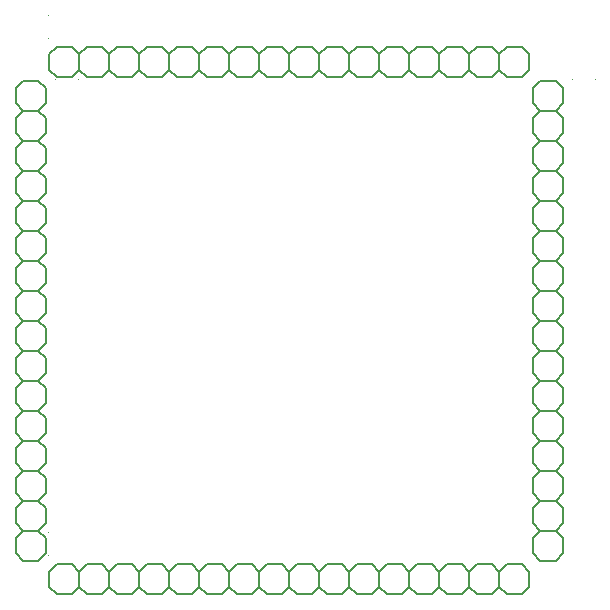
<source format=gbr>
%FSLAX34Y34*%
%MOMM*%
%LNCOPPER_BOTTOM*%
G71*
G01*
%ADD10C, 0.20*%
%ADD11C, 0.08*%
%LPD*%
G54D10*
X72001Y972375D02*
X65601Y972375D01*
X59301Y966075D01*
X59301Y953275D01*
X65601Y946975D01*
X78401Y946975D01*
X84701Y953275D01*
X84701Y966075D01*
X78401Y972375D01*
X72001Y972375D01*
G54D10*
X97401Y972375D02*
X91001Y972375D01*
X84701Y966075D01*
X84701Y953275D01*
X91001Y946975D01*
X103801Y946975D01*
X110101Y953275D01*
X110101Y966075D01*
X103801Y972375D01*
X97401Y972375D01*
G54D10*
X122801Y972375D02*
X116401Y972375D01*
X110101Y966075D01*
X110101Y953275D01*
X116401Y946975D01*
X129201Y946975D01*
X135501Y953275D01*
X135501Y966075D01*
X129201Y972375D01*
X122801Y972375D01*
G54D10*
X148201Y972375D02*
X141801Y972375D01*
X135501Y966075D01*
X135501Y953275D01*
X141801Y946975D01*
X154601Y946975D01*
X160901Y953275D01*
X160901Y966075D01*
X154601Y972375D01*
X148201Y972375D01*
G54D10*
X173601Y972375D02*
X167201Y972375D01*
X160901Y966075D01*
X160901Y953275D01*
X167201Y946975D01*
X180001Y946975D01*
X186301Y953275D01*
X186301Y966075D01*
X180001Y972375D01*
X173601Y972375D01*
G54D10*
X199001Y972375D02*
X192601Y972375D01*
X186301Y966075D01*
X186301Y953275D01*
X192601Y946975D01*
X205401Y946975D01*
X211701Y953275D01*
X211701Y966075D01*
X205401Y972375D01*
X199001Y972375D01*
G54D10*
X224401Y972375D02*
X218001Y972375D01*
X211701Y966075D01*
X211701Y953275D01*
X218001Y946975D01*
X230801Y946975D01*
X237101Y953275D01*
X237101Y966075D01*
X230801Y972375D01*
X224401Y972375D01*
G54D10*
X249801Y972375D02*
X243401Y972375D01*
X237101Y966075D01*
X237101Y953275D01*
X243401Y946975D01*
X256201Y946975D01*
X262501Y953275D01*
X262501Y966075D01*
X256201Y972375D01*
X249801Y972375D01*
G54D10*
X275201Y972375D02*
X268801Y972375D01*
X262501Y966075D01*
X262501Y953275D01*
X268801Y946975D01*
X281601Y946975D01*
X287901Y953275D01*
X287901Y966075D01*
X281601Y972375D01*
X275201Y972375D01*
G54D10*
X300601Y972375D02*
X294201Y972375D01*
X287901Y966075D01*
X287901Y953275D01*
X294201Y946975D01*
X307001Y946975D01*
X313301Y953275D01*
X313301Y966075D01*
X307001Y972375D01*
X300601Y972375D01*
G54D10*
X326001Y972375D02*
X319601Y972375D01*
X313301Y966075D01*
X313301Y953275D01*
X319601Y946975D01*
X332401Y946975D01*
X338701Y953275D01*
X338701Y966075D01*
X332401Y972375D01*
X326001Y972375D01*
G54D10*
X351401Y972375D02*
X345001Y972375D01*
X338701Y966075D01*
X338701Y953275D01*
X345001Y946975D01*
X357801Y946975D01*
X364101Y953275D01*
X364101Y966075D01*
X357801Y972375D01*
X351401Y972375D01*
G54D10*
X376801Y972375D02*
X370401Y972375D01*
X364101Y966075D01*
X364101Y953275D01*
X370401Y946975D01*
X383201Y946975D01*
X389501Y953275D01*
X389501Y966075D01*
X383201Y972375D01*
X376801Y972375D01*
G54D10*
X402201Y972375D02*
X395801Y972375D01*
X389501Y966075D01*
X389501Y953275D01*
X395801Y946975D01*
X408601Y946975D01*
X414901Y953275D01*
X414901Y966075D01*
X408601Y972375D01*
X402201Y972375D01*
G54D10*
X427601Y972375D02*
X421201Y972375D01*
X414901Y966075D01*
X414901Y953275D01*
X421201Y946975D01*
X434001Y946975D01*
X440301Y953275D01*
X440301Y966075D01*
X434001Y972375D01*
X427601Y972375D01*
G54D10*
X453000Y972375D02*
X446600Y972375D01*
X440301Y966075D01*
X440301Y953275D01*
X446600Y946975D01*
X459400Y946975D01*
X465701Y953275D01*
X465701Y966075D01*
X459400Y972375D01*
X453000Y972375D01*
G54D11*
X58301Y999375D02*
X58301Y999375D01*
G54D11*
X58301Y979875D02*
X58301Y979875D01*
G54D10*
X71996Y534449D02*
X65596Y534449D01*
X59296Y528149D01*
X59296Y515349D01*
X65596Y509049D01*
X78396Y509049D01*
X84696Y515349D01*
X84696Y528149D01*
X78396Y534449D01*
X71996Y534449D01*
G54D10*
X97396Y534449D02*
X90996Y534449D01*
X84696Y528149D01*
X84696Y515349D01*
X90996Y509049D01*
X103796Y509049D01*
X110096Y515349D01*
X110096Y528149D01*
X103796Y534449D01*
X97396Y534449D01*
G54D10*
X122796Y534449D02*
X116396Y534449D01*
X110096Y528149D01*
X110096Y515349D01*
X116396Y509049D01*
X129196Y509049D01*
X135496Y515349D01*
X135496Y528149D01*
X129196Y534449D01*
X122796Y534449D01*
G54D10*
X148196Y534449D02*
X141796Y534449D01*
X135496Y528149D01*
X135496Y515349D01*
X141796Y509049D01*
X154596Y509049D01*
X160896Y515349D01*
X160896Y528149D01*
X154596Y534449D01*
X148196Y534449D01*
G54D10*
X173596Y534449D02*
X167196Y534449D01*
X160896Y528149D01*
X160896Y515349D01*
X167196Y509049D01*
X179996Y509049D01*
X186296Y515349D01*
X186296Y528149D01*
X179996Y534449D01*
X173596Y534449D01*
G54D10*
X198996Y534449D02*
X192596Y534449D01*
X186296Y528149D01*
X186296Y515349D01*
X192596Y509049D01*
X205396Y509049D01*
X211696Y515349D01*
X211696Y528149D01*
X205396Y534449D01*
X198996Y534449D01*
G54D10*
X224396Y534449D02*
X217996Y534449D01*
X211696Y528149D01*
X211696Y515349D01*
X217996Y509049D01*
X230796Y509049D01*
X237096Y515349D01*
X237096Y528149D01*
X230796Y534449D01*
X224396Y534449D01*
G54D10*
X249796Y534449D02*
X243396Y534449D01*
X237096Y528149D01*
X237096Y515349D01*
X243396Y509049D01*
X256196Y509049D01*
X262496Y515349D01*
X262496Y528149D01*
X256196Y534449D01*
X249796Y534449D01*
G54D10*
X275196Y534449D02*
X268796Y534449D01*
X262496Y528149D01*
X262496Y515349D01*
X268796Y509049D01*
X281596Y509049D01*
X287896Y515349D01*
X287896Y528149D01*
X281596Y534449D01*
X275196Y534449D01*
G54D10*
X300596Y534449D02*
X294196Y534449D01*
X287896Y528149D01*
X287896Y515349D01*
X294196Y509049D01*
X306996Y509049D01*
X313296Y515349D01*
X313296Y528149D01*
X306996Y534449D01*
X300596Y534449D01*
G54D10*
X325996Y534449D02*
X319596Y534449D01*
X313296Y528149D01*
X313296Y515349D01*
X319596Y509049D01*
X332396Y509049D01*
X338696Y515349D01*
X338696Y528149D01*
X332396Y534449D01*
X325996Y534449D01*
G54D10*
X351396Y534449D02*
X344996Y534449D01*
X338696Y528149D01*
X338696Y515349D01*
X344996Y509049D01*
X357796Y509049D01*
X364096Y515349D01*
X364096Y528149D01*
X357796Y534449D01*
X351396Y534449D01*
G54D10*
X376796Y534449D02*
X370396Y534449D01*
X364096Y528149D01*
X364096Y515349D01*
X370396Y509049D01*
X383196Y509049D01*
X389496Y515349D01*
X389496Y528149D01*
X383196Y534449D01*
X376796Y534449D01*
G54D10*
X402196Y534449D02*
X395796Y534449D01*
X389496Y528149D01*
X389496Y515349D01*
X395796Y509049D01*
X408596Y509049D01*
X414896Y515349D01*
X414896Y528149D01*
X408596Y534449D01*
X402196Y534449D01*
G54D10*
X427596Y534449D02*
X421196Y534449D01*
X414896Y528149D01*
X414896Y515349D01*
X421196Y509049D01*
X433996Y509049D01*
X440296Y515349D01*
X440296Y528149D01*
X433996Y534449D01*
X427596Y534449D01*
G54D10*
X452996Y534449D02*
X446596Y534449D01*
X440296Y528149D01*
X440296Y515349D01*
X446596Y509049D01*
X459396Y509049D01*
X465696Y515349D01*
X465696Y528149D01*
X459396Y534449D01*
X452996Y534449D01*
G54D11*
X58296Y561449D02*
X58296Y561449D01*
G54D11*
X58296Y541949D02*
X58296Y541949D01*
G54D10*
X56233Y931216D02*
X56233Y937616D01*
X49933Y943916D01*
X37133Y943916D01*
X30833Y937616D01*
X30833Y924816D01*
X37133Y918516D01*
X49933Y918516D01*
X56233Y924816D01*
X56233Y931216D01*
G54D10*
X56233Y905816D02*
X56233Y912216D01*
X49933Y918516D01*
X37133Y918516D01*
X30833Y912216D01*
X30833Y899416D01*
X37133Y893116D01*
X49933Y893116D01*
X56233Y899416D01*
X56233Y905816D01*
G54D10*
X56233Y880416D02*
X56233Y886816D01*
X49933Y893116D01*
X37133Y893116D01*
X30833Y886816D01*
X30833Y874016D01*
X37133Y867716D01*
X49933Y867716D01*
X56233Y874016D01*
X56233Y880416D01*
G54D10*
X56233Y855016D02*
X56233Y861416D01*
X49933Y867716D01*
X37133Y867716D01*
X30833Y861416D01*
X30833Y848616D01*
X37133Y842316D01*
X49933Y842316D01*
X56233Y848616D01*
X56233Y855016D01*
G54D10*
X56233Y829616D02*
X56233Y836016D01*
X49933Y842316D01*
X37133Y842316D01*
X30833Y836016D01*
X30833Y823216D01*
X37133Y816916D01*
X49933Y816916D01*
X56233Y823216D01*
X56233Y829616D01*
G54D10*
X56233Y804216D02*
X56233Y810616D01*
X49933Y816916D01*
X37133Y816916D01*
X30833Y810616D01*
X30833Y797816D01*
X37133Y791516D01*
X49933Y791516D01*
X56233Y797816D01*
X56233Y804216D01*
G54D10*
X56233Y778816D02*
X56233Y785216D01*
X49933Y791516D01*
X37133Y791516D01*
X30833Y785216D01*
X30833Y772416D01*
X37133Y766116D01*
X49933Y766116D01*
X56233Y772416D01*
X56233Y778816D01*
G54D10*
X56233Y753416D02*
X56233Y759816D01*
X49933Y766116D01*
X37133Y766116D01*
X30833Y759816D01*
X30833Y747016D01*
X37133Y740716D01*
X49933Y740716D01*
X56233Y747016D01*
X56233Y753416D01*
G54D10*
X56233Y728016D02*
X56233Y734416D01*
X49933Y740716D01*
X37133Y740716D01*
X30833Y734416D01*
X30833Y721616D01*
X37133Y715316D01*
X49933Y715316D01*
X56233Y721616D01*
X56233Y728016D01*
G54D10*
X56233Y702616D02*
X56233Y709016D01*
X49933Y715316D01*
X37133Y715316D01*
X30833Y709016D01*
X30833Y696216D01*
X37133Y689916D01*
X49933Y689916D01*
X56233Y696216D01*
X56233Y702616D01*
G54D10*
X56233Y677216D02*
X56233Y683616D01*
X49933Y689916D01*
X37133Y689916D01*
X30833Y683616D01*
X30833Y670816D01*
X37133Y664516D01*
X49933Y664516D01*
X56233Y670816D01*
X56233Y677216D01*
G54D10*
X56233Y651816D02*
X56233Y658216D01*
X49933Y664516D01*
X37133Y664516D01*
X30833Y658216D01*
X30833Y645416D01*
X37133Y639116D01*
X49933Y639116D01*
X56233Y645416D01*
X56233Y651816D01*
G54D10*
X56233Y626416D02*
X56233Y632816D01*
X49933Y639116D01*
X37133Y639116D01*
X30833Y632816D01*
X30833Y620016D01*
X37133Y613716D01*
X49933Y613716D01*
X56233Y620016D01*
X56233Y626416D01*
G54D10*
X56233Y601016D02*
X56233Y607416D01*
X49933Y613716D01*
X37133Y613716D01*
X30833Y607416D01*
X30833Y594616D01*
X37133Y588316D01*
X49933Y588316D01*
X56233Y594616D01*
X56233Y601016D01*
G54D10*
X56233Y575616D02*
X56233Y582016D01*
X49933Y588316D01*
X37133Y588316D01*
X30833Y582016D01*
X30833Y569216D01*
X37133Y562916D01*
X49933Y562916D01*
X56233Y569216D01*
X56233Y575616D01*
G54D10*
X56233Y550216D02*
X56233Y556616D01*
X49933Y562916D01*
X37133Y562916D01*
X30833Y556616D01*
X30833Y543816D01*
X37133Y537516D01*
X49933Y537516D01*
X56233Y543816D01*
X56233Y550216D01*
G54D11*
X83233Y944916D02*
X83233Y944916D01*
G54D11*
X63733Y944916D02*
X63733Y944916D01*
G54D10*
X494164Y931211D02*
X494164Y937611D01*
X487864Y943911D01*
X475064Y943911D01*
X468764Y937611D01*
X468764Y924811D01*
X475064Y918511D01*
X487864Y918511D01*
X494164Y924811D01*
X494164Y931211D01*
G54D10*
X494164Y905811D02*
X494164Y912211D01*
X487864Y918511D01*
X475064Y918511D01*
X468764Y912211D01*
X468764Y899411D01*
X475064Y893111D01*
X487864Y893111D01*
X494164Y899411D01*
X494164Y905811D01*
G54D10*
X494164Y880411D02*
X494164Y886811D01*
X487864Y893111D01*
X475064Y893111D01*
X468764Y886811D01*
X468764Y874011D01*
X475064Y867711D01*
X487864Y867711D01*
X494164Y874011D01*
X494164Y880411D01*
G54D10*
X494164Y855011D02*
X494164Y861411D01*
X487864Y867711D01*
X475064Y867711D01*
X468764Y861411D01*
X468764Y848611D01*
X475064Y842311D01*
X487864Y842311D01*
X494164Y848611D01*
X494164Y855011D01*
G54D10*
X494164Y829611D02*
X494164Y836011D01*
X487864Y842311D01*
X475064Y842311D01*
X468764Y836011D01*
X468764Y823211D01*
X475064Y816911D01*
X487864Y816911D01*
X494164Y823211D01*
X494164Y829611D01*
G54D10*
X494164Y804211D02*
X494164Y810611D01*
X487864Y816911D01*
X475064Y816911D01*
X468764Y810611D01*
X468764Y797811D01*
X475064Y791511D01*
X487864Y791511D01*
X494164Y797811D01*
X494164Y804211D01*
G54D10*
X494164Y778811D02*
X494164Y785211D01*
X487864Y791511D01*
X475064Y791511D01*
X468764Y785211D01*
X468764Y772411D01*
X475064Y766111D01*
X487864Y766111D01*
X494164Y772411D01*
X494164Y778811D01*
G54D10*
X494164Y753411D02*
X494164Y759811D01*
X487864Y766111D01*
X475064Y766111D01*
X468764Y759811D01*
X468764Y747011D01*
X475064Y740711D01*
X487864Y740711D01*
X494164Y747011D01*
X494164Y753411D01*
G54D10*
X494164Y728011D02*
X494164Y734411D01*
X487864Y740711D01*
X475064Y740711D01*
X468764Y734411D01*
X468764Y721611D01*
X475064Y715311D01*
X487864Y715311D01*
X494164Y721611D01*
X494164Y728011D01*
G54D10*
X494164Y702611D02*
X494164Y709011D01*
X487864Y715311D01*
X475064Y715311D01*
X468764Y709011D01*
X468764Y696211D01*
X475064Y689911D01*
X487864Y689911D01*
X494164Y696211D01*
X494164Y702611D01*
G54D10*
X494164Y677211D02*
X494164Y683611D01*
X487864Y689911D01*
X475064Y689911D01*
X468764Y683611D01*
X468764Y670811D01*
X475064Y664511D01*
X487864Y664511D01*
X494164Y670811D01*
X494164Y677211D01*
G54D10*
X494164Y651811D02*
X494164Y658211D01*
X487864Y664511D01*
X475064Y664511D01*
X468764Y658211D01*
X468764Y645411D01*
X475064Y639111D01*
X487864Y639111D01*
X494164Y645411D01*
X494164Y651811D01*
G54D10*
X494164Y626411D02*
X494164Y632811D01*
X487864Y639111D01*
X475064Y639111D01*
X468764Y632811D01*
X468764Y620011D01*
X475064Y613711D01*
X487864Y613711D01*
X494164Y620011D01*
X494164Y626411D01*
G54D10*
X494164Y601011D02*
X494164Y607411D01*
X487864Y613711D01*
X475064Y613711D01*
X468764Y607411D01*
X468764Y594611D01*
X475064Y588311D01*
X487864Y588311D01*
X494164Y594611D01*
X494164Y601011D01*
G54D10*
X494164Y575611D02*
X494164Y582011D01*
X487864Y588311D01*
X475064Y588311D01*
X468764Y582011D01*
X468763Y569211D01*
X475064Y562911D01*
X487864Y562911D01*
X494164Y569211D01*
X494164Y575611D01*
G54D10*
X494164Y550211D02*
X494164Y556611D01*
X487864Y562911D01*
X475064Y562911D01*
X468764Y556611D01*
X468764Y543811D01*
X475064Y537511D01*
X487864Y537511D01*
X494164Y543811D01*
X494164Y550211D01*
G54D11*
X521164Y944911D02*
X521164Y944911D01*
G54D11*
X501664Y944911D02*
X501664Y944911D01*
M02*

</source>
